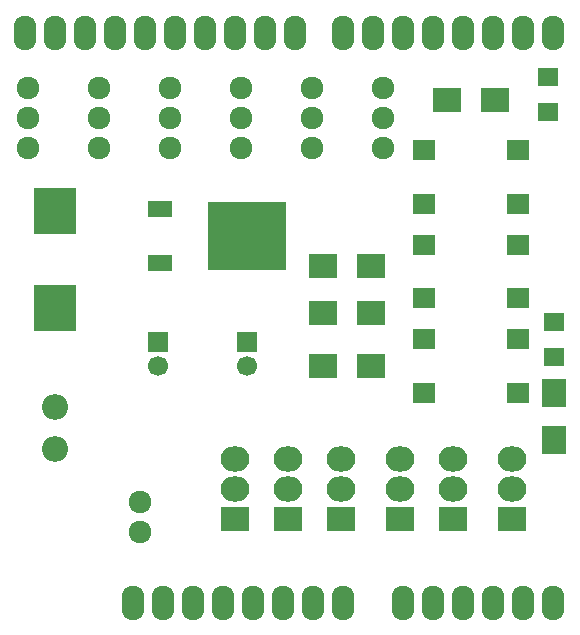
<source format=gbr>
G04 #@! TF.FileFunction,Soldermask,Top*
%FSLAX46Y46*%
G04 Gerber Fmt 4.6, Leading zero omitted, Abs format (unit mm)*
G04 Created by KiCad (PCBNEW 4.0.4-stable) date Friday, October 14, 2016 'PMt' 06:06:23 PM*
%MOMM*%
%LPD*%
G01*
G04 APERTURE LIST*
%ADD10C,0.100000*%
%ADD11O,1.924000X2.940000*%
%ADD12R,1.700000X1.700000*%
%ADD13C,1.700000*%
%ADD14R,3.600000X4.000000*%
%ADD15R,1.799540X1.598880*%
%ADD16O,2.198320X2.198320*%
%ADD17R,2.432000X2.127200*%
%ADD18O,2.432000X2.127200*%
%ADD19O,1.924000X1.924000*%
%ADD20R,2.100000X2.400000*%
%ADD21R,2.400000X2.100000*%
%ADD22R,1.950000X1.700000*%
%ADD23R,6.597600X5.797500*%
%ADD24R,1.997660X1.398220*%
G04 APERTURE END LIST*
D10*
D11*
X152950000Y-108529200D03*
X150410000Y-108529200D03*
X147870000Y-108529200D03*
X140250000Y-108529200D03*
X142790000Y-108529200D03*
X145330000Y-108529200D03*
X135170000Y-108529200D03*
X132630000Y-108529200D03*
X130090000Y-108529200D03*
X125010000Y-108529200D03*
X122470000Y-108529200D03*
X152950000Y-60269200D03*
X150410000Y-60269200D03*
X147870000Y-60269200D03*
X145330000Y-60269200D03*
X142790000Y-60269200D03*
X140250000Y-60269200D03*
X137710000Y-60269200D03*
X135170000Y-60269200D03*
X131106000Y-60269200D03*
X128566000Y-60269200D03*
X126026000Y-60269200D03*
X123486000Y-60269200D03*
X120946000Y-60269200D03*
X118406000Y-60269200D03*
X115866000Y-60269200D03*
X113326000Y-60269200D03*
X127550000Y-108529200D03*
X110786000Y-60269200D03*
X108246000Y-60269200D03*
X119930000Y-108529200D03*
X117390000Y-108529200D03*
D12*
X119500000Y-86500000D03*
D13*
X119500000Y-88500000D03*
D12*
X127000000Y-86500000D03*
D13*
X127000000Y-88500000D03*
D14*
X110750000Y-83600000D03*
X110750000Y-75400000D03*
D15*
X153000000Y-87748600D03*
X153000000Y-84751400D03*
X152500000Y-64001400D03*
X152500000Y-66998600D03*
D16*
X110750000Y-95500000D03*
X110750000Y-92002420D03*
D17*
X126000000Y-101500000D03*
D18*
X126000000Y-98960000D03*
X126000000Y-96420000D03*
D17*
X130500000Y-101500000D03*
D18*
X130500000Y-98960000D03*
X130500000Y-96420000D03*
D17*
X135000000Y-101500000D03*
D18*
X135000000Y-98960000D03*
X135000000Y-96420000D03*
D17*
X140000000Y-101500000D03*
D18*
X140000000Y-98960000D03*
X140000000Y-96420000D03*
D17*
X144500000Y-101500000D03*
D18*
X144500000Y-98960000D03*
X144500000Y-96420000D03*
D17*
X149500000Y-101500000D03*
D18*
X149500000Y-98960000D03*
X149500000Y-96420000D03*
D19*
X108500000Y-65000000D03*
X108500000Y-67540000D03*
X108500000Y-70080000D03*
X114500000Y-65000000D03*
X114500000Y-67540000D03*
X114500000Y-70080000D03*
X120500000Y-65000000D03*
X120500000Y-67540000D03*
X120500000Y-70080000D03*
X126500000Y-65000000D03*
X126500000Y-67540000D03*
X126500000Y-70080000D03*
X132500000Y-65000000D03*
X132500000Y-67540000D03*
X132500000Y-70080000D03*
X138500000Y-65000000D03*
X138500000Y-67540000D03*
X138500000Y-70080000D03*
X118000000Y-100000000D03*
X118000000Y-102540000D03*
D20*
X153000000Y-94750000D03*
X153000000Y-90750000D03*
D21*
X133500000Y-80000000D03*
X137500000Y-80000000D03*
X133500000Y-84000000D03*
X137500000Y-84000000D03*
X133500000Y-88500000D03*
X137500000Y-88500000D03*
X148000000Y-66000000D03*
X144000000Y-66000000D03*
D22*
X149975000Y-70250000D03*
X149975000Y-74750000D03*
X142025000Y-74750000D03*
X142025000Y-70250000D03*
X149975000Y-78250000D03*
X149975000Y-82750000D03*
X142025000Y-82750000D03*
X142025000Y-78250000D03*
X149975000Y-86250000D03*
X149975000Y-90750000D03*
X142025000Y-90750000D03*
X142025000Y-86250000D03*
D23*
X126999360Y-77500000D03*
D24*
X119701940Y-75221620D03*
X119701940Y-79778380D03*
M02*

</source>
